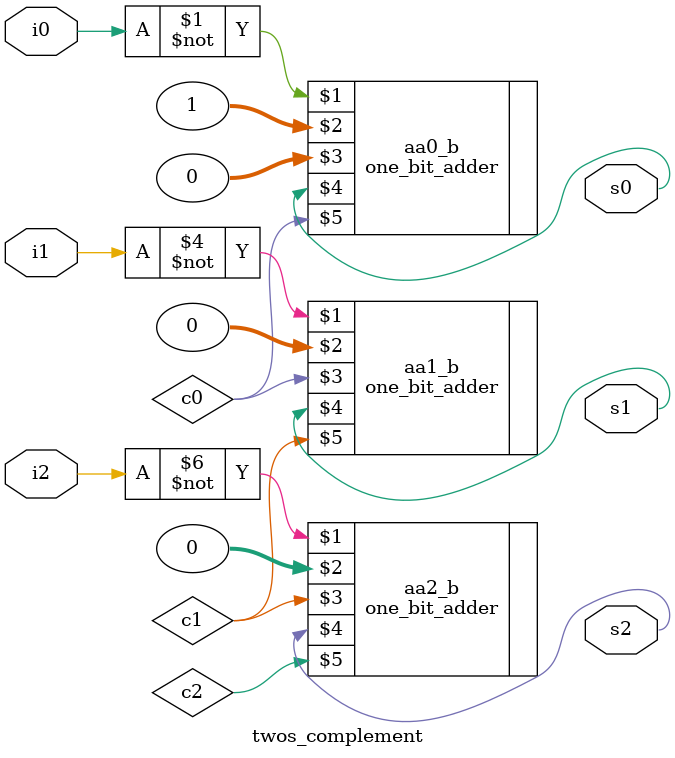
<source format=v>



module twos_complement(i0,i1,i2, s0,s1,s2);

input i0,i1,i2;
output s0,s1,s2;


wire s0,s1,s2,c0,c1,c2;


one_bit_adder aa0_b(~(i0),1,0,s0,c0);
one_bit_adder aa1_b(~(i1),0,c0,s1,c1);
one_bit_adder aa2_b(~(i2),0,c1,s2,c2);

endmodule
</source>
